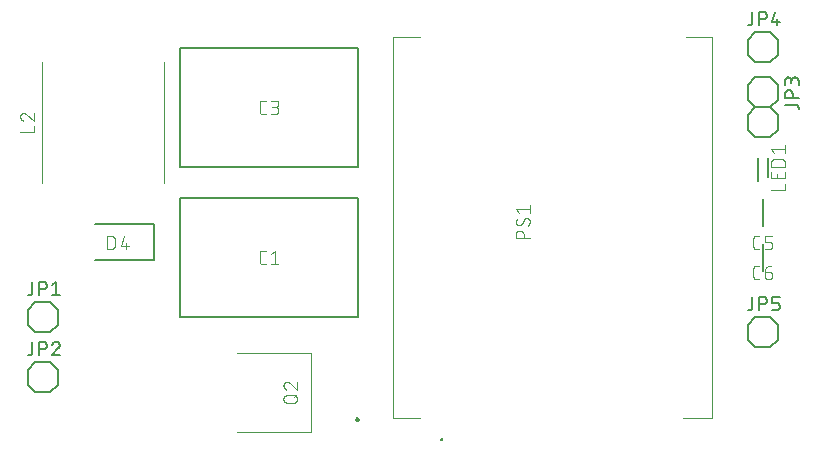
<source format=gbr>
G04 EAGLE Gerber RS-274X export*
G75*
%MOMM*%
%FSLAX34Y34*%
%LPD*%
%INSilkscreen Top*%
%IPPOS*%
%AMOC8*
5,1,8,0,0,1.08239X$1,22.5*%
G01*
%ADD10C,0.152400*%
%ADD11C,0.127000*%
%ADD12C,0.200000*%
%ADD13C,0.101600*%
%ADD14C,0.100000*%
%ADD15C,0.100000*%
%ADD16C,0.200000*%
%ADD17C,0.120000*%


D10*
X44450Y127000D02*
X57150Y127000D01*
X63500Y120650D01*
X63500Y107950D01*
X57150Y101600D01*
X38100Y107950D02*
X38100Y120650D01*
X44450Y127000D01*
X38100Y107950D02*
X44450Y101600D01*
X57150Y101600D01*
D11*
X41783Y135763D02*
X41783Y144653D01*
X41783Y135763D02*
X41781Y135663D01*
X41775Y135564D01*
X41765Y135464D01*
X41752Y135366D01*
X41734Y135267D01*
X41713Y135170D01*
X41688Y135074D01*
X41659Y134978D01*
X41626Y134884D01*
X41590Y134791D01*
X41550Y134700D01*
X41506Y134610D01*
X41459Y134522D01*
X41409Y134436D01*
X41355Y134352D01*
X41298Y134270D01*
X41238Y134191D01*
X41174Y134113D01*
X41108Y134039D01*
X41039Y133967D01*
X40967Y133898D01*
X40893Y133832D01*
X40815Y133768D01*
X40736Y133708D01*
X40654Y133651D01*
X40570Y133597D01*
X40484Y133547D01*
X40396Y133500D01*
X40306Y133456D01*
X40215Y133416D01*
X40122Y133380D01*
X40028Y133347D01*
X39932Y133318D01*
X39836Y133293D01*
X39739Y133272D01*
X39640Y133254D01*
X39542Y133241D01*
X39442Y133231D01*
X39343Y133225D01*
X39243Y133223D01*
X37973Y133223D01*
X47763Y133223D02*
X47763Y144653D01*
X50938Y144653D01*
X51049Y144651D01*
X51159Y144645D01*
X51270Y144636D01*
X51380Y144622D01*
X51489Y144605D01*
X51598Y144584D01*
X51706Y144559D01*
X51813Y144530D01*
X51919Y144498D01*
X52024Y144462D01*
X52127Y144422D01*
X52229Y144379D01*
X52330Y144332D01*
X52429Y144281D01*
X52526Y144228D01*
X52620Y144171D01*
X52713Y144110D01*
X52804Y144047D01*
X52893Y143980D01*
X52979Y143910D01*
X53062Y143837D01*
X53144Y143762D01*
X53222Y143684D01*
X53297Y143602D01*
X53370Y143519D01*
X53440Y143433D01*
X53507Y143344D01*
X53570Y143253D01*
X53631Y143160D01*
X53688Y143065D01*
X53741Y142969D01*
X53792Y142870D01*
X53839Y142769D01*
X53882Y142667D01*
X53922Y142564D01*
X53958Y142459D01*
X53990Y142353D01*
X54019Y142246D01*
X54044Y142138D01*
X54065Y142029D01*
X54082Y141920D01*
X54096Y141810D01*
X54105Y141699D01*
X54111Y141589D01*
X54113Y141478D01*
X54111Y141367D01*
X54105Y141257D01*
X54096Y141146D01*
X54082Y141036D01*
X54065Y140927D01*
X54044Y140818D01*
X54019Y140710D01*
X53990Y140603D01*
X53958Y140497D01*
X53922Y140392D01*
X53882Y140289D01*
X53839Y140187D01*
X53792Y140086D01*
X53741Y139987D01*
X53688Y139890D01*
X53631Y139796D01*
X53570Y139703D01*
X53507Y139612D01*
X53440Y139523D01*
X53370Y139437D01*
X53297Y139354D01*
X53222Y139272D01*
X53144Y139194D01*
X53062Y139119D01*
X52979Y139046D01*
X52893Y138976D01*
X52804Y138909D01*
X52713Y138846D01*
X52620Y138785D01*
X52525Y138728D01*
X52429Y138675D01*
X52330Y138624D01*
X52229Y138577D01*
X52127Y138534D01*
X52024Y138494D01*
X51919Y138458D01*
X51813Y138426D01*
X51706Y138397D01*
X51598Y138372D01*
X51489Y138351D01*
X51380Y138334D01*
X51270Y138320D01*
X51159Y138311D01*
X51049Y138305D01*
X50938Y138303D01*
X47763Y138303D01*
X58622Y142113D02*
X61797Y144653D01*
X61797Y133223D01*
X58622Y133223D02*
X64972Y133223D01*
D10*
X57150Y76200D02*
X44450Y76200D01*
X57150Y76200D02*
X63500Y69850D01*
X63500Y57150D01*
X57150Y50800D01*
X38100Y57150D02*
X38100Y69850D01*
X44450Y76200D01*
X38100Y57150D02*
X44450Y50800D01*
X57150Y50800D01*
D11*
X41783Y84963D02*
X41783Y93853D01*
X41783Y84963D02*
X41781Y84863D01*
X41775Y84764D01*
X41765Y84664D01*
X41752Y84566D01*
X41734Y84467D01*
X41713Y84370D01*
X41688Y84274D01*
X41659Y84178D01*
X41626Y84084D01*
X41590Y83991D01*
X41550Y83900D01*
X41506Y83810D01*
X41459Y83722D01*
X41409Y83636D01*
X41355Y83552D01*
X41298Y83470D01*
X41238Y83391D01*
X41174Y83313D01*
X41108Y83239D01*
X41039Y83167D01*
X40967Y83098D01*
X40893Y83032D01*
X40815Y82968D01*
X40736Y82908D01*
X40654Y82851D01*
X40570Y82797D01*
X40484Y82747D01*
X40396Y82700D01*
X40306Y82656D01*
X40215Y82616D01*
X40122Y82580D01*
X40028Y82547D01*
X39932Y82518D01*
X39836Y82493D01*
X39739Y82472D01*
X39640Y82454D01*
X39542Y82441D01*
X39442Y82431D01*
X39343Y82425D01*
X39243Y82423D01*
X37973Y82423D01*
X47763Y82423D02*
X47763Y93853D01*
X50938Y93853D01*
X51049Y93851D01*
X51159Y93845D01*
X51270Y93836D01*
X51380Y93822D01*
X51489Y93805D01*
X51598Y93784D01*
X51706Y93759D01*
X51813Y93730D01*
X51919Y93698D01*
X52024Y93662D01*
X52127Y93622D01*
X52229Y93579D01*
X52330Y93532D01*
X52429Y93481D01*
X52526Y93428D01*
X52620Y93371D01*
X52713Y93310D01*
X52804Y93247D01*
X52893Y93180D01*
X52979Y93110D01*
X53062Y93037D01*
X53144Y92962D01*
X53222Y92884D01*
X53297Y92802D01*
X53370Y92719D01*
X53440Y92633D01*
X53507Y92544D01*
X53570Y92453D01*
X53631Y92360D01*
X53688Y92265D01*
X53741Y92169D01*
X53792Y92070D01*
X53839Y91969D01*
X53882Y91867D01*
X53922Y91764D01*
X53958Y91659D01*
X53990Y91553D01*
X54019Y91446D01*
X54044Y91338D01*
X54065Y91229D01*
X54082Y91120D01*
X54096Y91010D01*
X54105Y90899D01*
X54111Y90789D01*
X54113Y90678D01*
X54111Y90567D01*
X54105Y90457D01*
X54096Y90346D01*
X54082Y90236D01*
X54065Y90127D01*
X54044Y90018D01*
X54019Y89910D01*
X53990Y89803D01*
X53958Y89697D01*
X53922Y89592D01*
X53882Y89489D01*
X53839Y89387D01*
X53792Y89286D01*
X53741Y89187D01*
X53688Y89090D01*
X53631Y88996D01*
X53570Y88903D01*
X53507Y88812D01*
X53440Y88723D01*
X53370Y88637D01*
X53297Y88554D01*
X53222Y88472D01*
X53144Y88394D01*
X53062Y88319D01*
X52979Y88246D01*
X52893Y88176D01*
X52804Y88109D01*
X52713Y88046D01*
X52620Y87985D01*
X52525Y87928D01*
X52429Y87875D01*
X52330Y87824D01*
X52229Y87777D01*
X52127Y87734D01*
X52024Y87694D01*
X51919Y87658D01*
X51813Y87626D01*
X51706Y87597D01*
X51598Y87572D01*
X51489Y87551D01*
X51380Y87534D01*
X51270Y87520D01*
X51159Y87511D01*
X51049Y87505D01*
X50938Y87503D01*
X47763Y87503D01*
X62114Y93854D02*
X62218Y93852D01*
X62323Y93846D01*
X62427Y93837D01*
X62530Y93824D01*
X62633Y93806D01*
X62735Y93786D01*
X62837Y93761D01*
X62937Y93733D01*
X63037Y93701D01*
X63135Y93665D01*
X63232Y93626D01*
X63327Y93584D01*
X63421Y93538D01*
X63513Y93488D01*
X63603Y93436D01*
X63691Y93380D01*
X63777Y93320D01*
X63861Y93258D01*
X63942Y93193D01*
X64021Y93125D01*
X64098Y93053D01*
X64171Y92980D01*
X64243Y92903D01*
X64311Y92824D01*
X64376Y92743D01*
X64438Y92659D01*
X64498Y92573D01*
X64554Y92485D01*
X64606Y92395D01*
X64656Y92303D01*
X64702Y92209D01*
X64744Y92114D01*
X64783Y92017D01*
X64819Y91919D01*
X64851Y91819D01*
X64879Y91719D01*
X64904Y91617D01*
X64924Y91515D01*
X64942Y91412D01*
X64955Y91309D01*
X64964Y91205D01*
X64970Y91100D01*
X64972Y90996D01*
X62114Y93853D02*
X61996Y93851D01*
X61877Y93845D01*
X61759Y93836D01*
X61642Y93823D01*
X61525Y93805D01*
X61408Y93785D01*
X61292Y93760D01*
X61177Y93732D01*
X61064Y93699D01*
X60951Y93664D01*
X60839Y93624D01*
X60729Y93582D01*
X60620Y93535D01*
X60512Y93485D01*
X60407Y93432D01*
X60303Y93375D01*
X60201Y93315D01*
X60101Y93252D01*
X60003Y93185D01*
X59907Y93116D01*
X59814Y93043D01*
X59723Y92967D01*
X59634Y92889D01*
X59548Y92807D01*
X59465Y92723D01*
X59384Y92637D01*
X59307Y92547D01*
X59232Y92456D01*
X59160Y92362D01*
X59091Y92265D01*
X59026Y92167D01*
X58963Y92066D01*
X58904Y91963D01*
X58848Y91859D01*
X58796Y91753D01*
X58747Y91645D01*
X58702Y91536D01*
X58660Y91425D01*
X58622Y91313D01*
X64020Y88774D02*
X64096Y88849D01*
X64171Y88928D01*
X64242Y89009D01*
X64311Y89093D01*
X64376Y89179D01*
X64438Y89267D01*
X64498Y89357D01*
X64554Y89449D01*
X64607Y89544D01*
X64656Y89640D01*
X64702Y89738D01*
X64745Y89837D01*
X64784Y89938D01*
X64819Y90040D01*
X64851Y90143D01*
X64879Y90247D01*
X64904Y90352D01*
X64925Y90459D01*
X64942Y90565D01*
X64955Y90672D01*
X64964Y90780D01*
X64970Y90888D01*
X64972Y90996D01*
X64019Y88773D02*
X58622Y82423D01*
X64972Y82423D01*
D10*
X673100Y298450D02*
X673100Y311150D01*
X673100Y298450D02*
X666750Y292100D01*
X654050Y292100D01*
X647700Y298450D01*
X654050Y317500D02*
X666750Y317500D01*
X673100Y311150D01*
X654050Y317500D02*
X647700Y311150D01*
X647700Y298450D01*
X666750Y292100D02*
X673100Y285750D01*
X673100Y273050D01*
X666750Y266700D01*
X654050Y266700D01*
X647700Y273050D01*
X647700Y285750D01*
X654050Y292100D01*
D11*
X679323Y294438D02*
X688213Y294438D01*
X688313Y294436D01*
X688412Y294430D01*
X688512Y294420D01*
X688610Y294407D01*
X688709Y294389D01*
X688806Y294368D01*
X688902Y294343D01*
X688998Y294314D01*
X689092Y294281D01*
X689185Y294245D01*
X689276Y294205D01*
X689366Y294161D01*
X689454Y294114D01*
X689540Y294064D01*
X689624Y294010D01*
X689706Y293953D01*
X689785Y293893D01*
X689863Y293829D01*
X689937Y293763D01*
X690009Y293694D01*
X690078Y293622D01*
X690144Y293548D01*
X690208Y293470D01*
X690268Y293391D01*
X690325Y293309D01*
X690379Y293225D01*
X690429Y293139D01*
X690476Y293051D01*
X690520Y292961D01*
X690560Y292870D01*
X690596Y292777D01*
X690629Y292683D01*
X690658Y292587D01*
X690683Y292491D01*
X690704Y292394D01*
X690722Y292295D01*
X690735Y292197D01*
X690745Y292097D01*
X690751Y291998D01*
X690753Y291898D01*
X690753Y290628D01*
X690753Y300419D02*
X679323Y300419D01*
X679323Y303594D01*
X679325Y303705D01*
X679331Y303815D01*
X679340Y303926D01*
X679354Y304036D01*
X679371Y304145D01*
X679392Y304254D01*
X679417Y304362D01*
X679446Y304469D01*
X679478Y304575D01*
X679514Y304680D01*
X679554Y304783D01*
X679597Y304885D01*
X679644Y304986D01*
X679695Y305085D01*
X679748Y305182D01*
X679805Y305276D01*
X679866Y305369D01*
X679929Y305460D01*
X679996Y305549D01*
X680066Y305635D01*
X680139Y305718D01*
X680214Y305800D01*
X680292Y305878D01*
X680374Y305953D01*
X680457Y306026D01*
X680543Y306096D01*
X680632Y306163D01*
X680723Y306226D01*
X680816Y306287D01*
X680911Y306344D01*
X681007Y306397D01*
X681106Y306448D01*
X681207Y306495D01*
X681309Y306538D01*
X681412Y306578D01*
X681517Y306614D01*
X681623Y306646D01*
X681730Y306675D01*
X681838Y306700D01*
X681947Y306721D01*
X682056Y306738D01*
X682166Y306752D01*
X682277Y306761D01*
X682387Y306767D01*
X682498Y306769D01*
X682609Y306767D01*
X682719Y306761D01*
X682830Y306752D01*
X682940Y306738D01*
X683049Y306721D01*
X683158Y306700D01*
X683266Y306675D01*
X683373Y306646D01*
X683479Y306614D01*
X683584Y306578D01*
X683687Y306538D01*
X683789Y306495D01*
X683890Y306448D01*
X683989Y306397D01*
X684086Y306344D01*
X684180Y306287D01*
X684273Y306226D01*
X684364Y306163D01*
X684453Y306096D01*
X684539Y306026D01*
X684622Y305953D01*
X684704Y305878D01*
X684782Y305800D01*
X684857Y305718D01*
X684930Y305635D01*
X685000Y305549D01*
X685067Y305460D01*
X685130Y305369D01*
X685191Y305276D01*
X685248Y305182D01*
X685301Y305085D01*
X685352Y304986D01*
X685399Y304885D01*
X685442Y304783D01*
X685482Y304680D01*
X685518Y304575D01*
X685550Y304469D01*
X685579Y304362D01*
X685604Y304254D01*
X685625Y304145D01*
X685642Y304036D01*
X685656Y303926D01*
X685665Y303815D01*
X685671Y303705D01*
X685673Y303594D01*
X685673Y300419D01*
X690753Y311277D02*
X690753Y314452D01*
X690751Y314563D01*
X690745Y314673D01*
X690736Y314784D01*
X690722Y314894D01*
X690705Y315003D01*
X690684Y315112D01*
X690659Y315220D01*
X690630Y315327D01*
X690598Y315433D01*
X690562Y315538D01*
X690522Y315641D01*
X690479Y315743D01*
X690432Y315844D01*
X690381Y315943D01*
X690328Y316040D01*
X690271Y316134D01*
X690210Y316227D01*
X690147Y316318D01*
X690080Y316407D01*
X690010Y316493D01*
X689937Y316576D01*
X689862Y316658D01*
X689784Y316736D01*
X689702Y316811D01*
X689619Y316884D01*
X689533Y316954D01*
X689444Y317021D01*
X689353Y317084D01*
X689260Y317145D01*
X689166Y317202D01*
X689069Y317255D01*
X688970Y317306D01*
X688869Y317353D01*
X688767Y317396D01*
X688664Y317436D01*
X688559Y317472D01*
X688453Y317504D01*
X688346Y317533D01*
X688238Y317558D01*
X688129Y317579D01*
X688020Y317596D01*
X687910Y317610D01*
X687799Y317619D01*
X687689Y317625D01*
X687578Y317627D01*
X687467Y317625D01*
X687357Y317619D01*
X687246Y317610D01*
X687136Y317596D01*
X687027Y317579D01*
X686918Y317558D01*
X686810Y317533D01*
X686703Y317504D01*
X686597Y317472D01*
X686492Y317436D01*
X686389Y317396D01*
X686287Y317353D01*
X686186Y317306D01*
X686087Y317255D01*
X685991Y317202D01*
X685896Y317145D01*
X685803Y317084D01*
X685712Y317021D01*
X685623Y316954D01*
X685537Y316884D01*
X685454Y316811D01*
X685372Y316736D01*
X685294Y316658D01*
X685219Y316576D01*
X685146Y316493D01*
X685076Y316407D01*
X685009Y316318D01*
X684946Y316227D01*
X684885Y316134D01*
X684828Y316040D01*
X684775Y315943D01*
X684724Y315844D01*
X684677Y315743D01*
X684634Y315641D01*
X684594Y315538D01*
X684558Y315433D01*
X684526Y315327D01*
X684497Y315220D01*
X684472Y315112D01*
X684451Y315003D01*
X684434Y314894D01*
X684420Y314784D01*
X684411Y314673D01*
X684405Y314563D01*
X684403Y314452D01*
X679323Y315087D02*
X679323Y311277D01*
X679323Y315087D02*
X679325Y315187D01*
X679331Y315286D01*
X679341Y315386D01*
X679354Y315484D01*
X679372Y315583D01*
X679393Y315680D01*
X679418Y315776D01*
X679447Y315872D01*
X679480Y315966D01*
X679516Y316059D01*
X679556Y316150D01*
X679600Y316240D01*
X679647Y316328D01*
X679697Y316414D01*
X679751Y316498D01*
X679808Y316580D01*
X679868Y316659D01*
X679932Y316737D01*
X679998Y316811D01*
X680067Y316883D01*
X680139Y316952D01*
X680213Y317018D01*
X680291Y317082D01*
X680370Y317142D01*
X680452Y317199D01*
X680536Y317253D01*
X680622Y317303D01*
X680710Y317350D01*
X680800Y317394D01*
X680891Y317434D01*
X680984Y317470D01*
X681078Y317503D01*
X681174Y317532D01*
X681270Y317557D01*
X681367Y317578D01*
X681466Y317596D01*
X681564Y317609D01*
X681664Y317619D01*
X681763Y317625D01*
X681863Y317627D01*
X681963Y317625D01*
X682062Y317619D01*
X682162Y317609D01*
X682260Y317596D01*
X682359Y317578D01*
X682456Y317557D01*
X682552Y317532D01*
X682648Y317503D01*
X682742Y317470D01*
X682835Y317434D01*
X682926Y317394D01*
X683016Y317350D01*
X683104Y317303D01*
X683190Y317253D01*
X683274Y317199D01*
X683356Y317142D01*
X683435Y317082D01*
X683513Y317018D01*
X683587Y316952D01*
X683659Y316883D01*
X683728Y316811D01*
X683794Y316737D01*
X683858Y316659D01*
X683918Y316580D01*
X683975Y316498D01*
X684029Y316414D01*
X684079Y316328D01*
X684126Y316240D01*
X684170Y316150D01*
X684210Y316059D01*
X684246Y315966D01*
X684279Y315872D01*
X684308Y315776D01*
X684333Y315680D01*
X684354Y315583D01*
X684372Y315484D01*
X684385Y315386D01*
X684395Y315286D01*
X684401Y315187D01*
X684403Y315087D01*
X684403Y312547D01*
D12*
X656400Y249300D02*
X656400Y229550D01*
X664400Y233300D02*
X664400Y249300D01*
D13*
X667258Y222254D02*
X678942Y222254D01*
X678942Y227447D01*
X678942Y232160D02*
X678942Y237353D01*
X678942Y232160D02*
X667258Y232160D01*
X667258Y237353D01*
X672451Y236055D02*
X672451Y232160D01*
X667258Y242044D02*
X678942Y242044D01*
X667258Y242044D02*
X667258Y245289D01*
X667260Y245402D01*
X667266Y245515D01*
X667276Y245628D01*
X667290Y245741D01*
X667307Y245853D01*
X667329Y245964D01*
X667354Y246074D01*
X667384Y246184D01*
X667417Y246292D01*
X667454Y246399D01*
X667494Y246505D01*
X667539Y246609D01*
X667587Y246712D01*
X667638Y246813D01*
X667693Y246912D01*
X667751Y247009D01*
X667813Y247104D01*
X667878Y247197D01*
X667946Y247287D01*
X668017Y247375D01*
X668092Y247461D01*
X668169Y247544D01*
X668249Y247624D01*
X668332Y247701D01*
X668418Y247776D01*
X668506Y247847D01*
X668596Y247915D01*
X668689Y247980D01*
X668784Y248042D01*
X668881Y248100D01*
X668980Y248155D01*
X669081Y248206D01*
X669184Y248254D01*
X669288Y248299D01*
X669394Y248339D01*
X669501Y248376D01*
X669609Y248409D01*
X669719Y248439D01*
X669829Y248464D01*
X669940Y248486D01*
X670052Y248503D01*
X670165Y248517D01*
X670278Y248527D01*
X670391Y248533D01*
X670504Y248535D01*
X675696Y248535D01*
X675809Y248533D01*
X675922Y248527D01*
X676035Y248517D01*
X676148Y248503D01*
X676260Y248486D01*
X676371Y248464D01*
X676481Y248439D01*
X676591Y248409D01*
X676699Y248376D01*
X676806Y248339D01*
X676912Y248299D01*
X677016Y248254D01*
X677119Y248206D01*
X677220Y248155D01*
X677319Y248100D01*
X677416Y248042D01*
X677511Y247980D01*
X677604Y247915D01*
X677694Y247847D01*
X677782Y247776D01*
X677868Y247701D01*
X677951Y247624D01*
X678031Y247544D01*
X678108Y247461D01*
X678183Y247375D01*
X678254Y247287D01*
X678322Y247197D01*
X678387Y247104D01*
X678449Y247009D01*
X678507Y246912D01*
X678562Y246813D01*
X678613Y246712D01*
X678661Y246609D01*
X678706Y246505D01*
X678746Y246399D01*
X678783Y246292D01*
X678816Y246184D01*
X678846Y246074D01*
X678871Y245964D01*
X678893Y245853D01*
X678910Y245741D01*
X678924Y245628D01*
X678934Y245515D01*
X678940Y245402D01*
X678942Y245289D01*
X678942Y242044D01*
X669854Y253855D02*
X667258Y257100D01*
X678942Y257100D01*
X678942Y253855D02*
X678942Y260346D01*
D14*
X347450Y352050D02*
X347450Y28950D01*
D15*
X347450Y352050D03*
D14*
X347450Y28950D01*
D15*
X347450Y28950D03*
X347450Y352050D03*
D14*
X370100Y352050D01*
D15*
X370100Y352050D03*
D14*
X347450Y352050D01*
D15*
X595100Y352050D03*
D14*
X617750Y352050D01*
D15*
X617750Y352050D03*
D14*
X595100Y352050D01*
X617600Y352050D02*
X617600Y28950D01*
X617750Y28950D01*
X617750Y352050D01*
X617600Y352050D01*
D15*
X592600Y28950D03*
D14*
X617600Y28950D01*
D15*
X617600Y28950D03*
D14*
X592600Y28950D01*
D15*
X347600Y28950D03*
D14*
X370100Y28950D01*
D15*
X370100Y28950D03*
D14*
X347600Y28950D01*
D16*
X388600Y10500D03*
D12*
X388644Y10502D01*
X388687Y10508D01*
X388729Y10517D01*
X388771Y10530D01*
X388811Y10547D01*
X388850Y10567D01*
X388887Y10590D01*
X388921Y10617D01*
X388954Y10646D01*
X388983Y10679D01*
X389010Y10713D01*
X389033Y10750D01*
X389053Y10789D01*
X389070Y10829D01*
X389083Y10871D01*
X389092Y10913D01*
X389098Y10956D01*
X389100Y11000D01*
X389098Y11044D01*
X389092Y11087D01*
X389083Y11129D01*
X389070Y11171D01*
X389053Y11211D01*
X389033Y11250D01*
X389010Y11287D01*
X388983Y11321D01*
X388954Y11354D01*
X388921Y11383D01*
X388887Y11410D01*
X388850Y11433D01*
X388811Y11453D01*
X388771Y11470D01*
X388729Y11483D01*
X388687Y11492D01*
X388644Y11498D01*
X388600Y11500D01*
D16*
X388600Y11500D03*
D12*
X388556Y11498D01*
X388513Y11492D01*
X388471Y11483D01*
X388429Y11470D01*
X388389Y11453D01*
X388350Y11433D01*
X388313Y11410D01*
X388279Y11383D01*
X388246Y11354D01*
X388217Y11321D01*
X388190Y11287D01*
X388167Y11250D01*
X388147Y11211D01*
X388130Y11171D01*
X388117Y11129D01*
X388108Y11087D01*
X388102Y11044D01*
X388100Y11000D01*
X388102Y10956D01*
X388108Y10913D01*
X388117Y10871D01*
X388130Y10829D01*
X388147Y10789D01*
X388167Y10750D01*
X388190Y10713D01*
X388217Y10679D01*
X388246Y10646D01*
X388279Y10617D01*
X388313Y10590D01*
X388350Y10567D01*
X388389Y10547D01*
X388429Y10530D01*
X388471Y10517D01*
X388513Y10508D01*
X388556Y10502D01*
X388600Y10500D01*
D16*
X388600Y10500D03*
D12*
X388644Y10502D01*
X388687Y10508D01*
X388729Y10517D01*
X388771Y10530D01*
X388811Y10547D01*
X388850Y10567D01*
X388887Y10590D01*
X388921Y10617D01*
X388954Y10646D01*
X388983Y10679D01*
X389010Y10713D01*
X389033Y10750D01*
X389053Y10789D01*
X389070Y10829D01*
X389083Y10871D01*
X389092Y10913D01*
X389098Y10956D01*
X389100Y11000D01*
X389098Y11044D01*
X389092Y11087D01*
X389083Y11129D01*
X389070Y11171D01*
X389053Y11211D01*
X389033Y11250D01*
X389010Y11287D01*
X388983Y11321D01*
X388954Y11354D01*
X388921Y11383D01*
X388887Y11410D01*
X388850Y11433D01*
X388811Y11453D01*
X388771Y11470D01*
X388729Y11483D01*
X388687Y11492D01*
X388644Y11498D01*
X388600Y11500D01*
D13*
X451358Y181381D02*
X463042Y181381D01*
X451358Y181381D02*
X451358Y184626D01*
X451360Y184739D01*
X451366Y184852D01*
X451376Y184965D01*
X451390Y185078D01*
X451407Y185190D01*
X451429Y185301D01*
X451454Y185411D01*
X451484Y185521D01*
X451517Y185629D01*
X451554Y185736D01*
X451594Y185842D01*
X451639Y185946D01*
X451687Y186049D01*
X451738Y186150D01*
X451793Y186249D01*
X451851Y186346D01*
X451913Y186441D01*
X451978Y186534D01*
X452046Y186624D01*
X452117Y186712D01*
X452192Y186798D01*
X452269Y186881D01*
X452349Y186961D01*
X452432Y187038D01*
X452518Y187113D01*
X452606Y187184D01*
X452696Y187252D01*
X452789Y187317D01*
X452884Y187379D01*
X452981Y187437D01*
X453080Y187492D01*
X453181Y187543D01*
X453284Y187591D01*
X453388Y187636D01*
X453494Y187676D01*
X453601Y187713D01*
X453709Y187746D01*
X453819Y187776D01*
X453929Y187801D01*
X454040Y187823D01*
X454152Y187840D01*
X454265Y187854D01*
X454378Y187864D01*
X454491Y187870D01*
X454604Y187872D01*
X454717Y187870D01*
X454830Y187864D01*
X454943Y187854D01*
X455056Y187840D01*
X455168Y187823D01*
X455279Y187801D01*
X455389Y187776D01*
X455499Y187746D01*
X455607Y187713D01*
X455714Y187676D01*
X455820Y187636D01*
X455924Y187591D01*
X456027Y187543D01*
X456128Y187492D01*
X456227Y187437D01*
X456324Y187379D01*
X456419Y187317D01*
X456512Y187252D01*
X456602Y187184D01*
X456690Y187113D01*
X456776Y187038D01*
X456859Y186961D01*
X456939Y186881D01*
X457016Y186798D01*
X457091Y186712D01*
X457162Y186624D01*
X457230Y186534D01*
X457295Y186441D01*
X457357Y186346D01*
X457415Y186249D01*
X457470Y186150D01*
X457521Y186049D01*
X457569Y185946D01*
X457614Y185842D01*
X457654Y185736D01*
X457691Y185629D01*
X457724Y185521D01*
X457754Y185411D01*
X457779Y185301D01*
X457801Y185190D01*
X457818Y185078D01*
X457832Y184965D01*
X457842Y184852D01*
X457848Y184739D01*
X457850Y184626D01*
X457849Y184626D02*
X457849Y181381D01*
X463042Y195774D02*
X463040Y195873D01*
X463034Y195973D01*
X463025Y196072D01*
X463012Y196170D01*
X462995Y196268D01*
X462974Y196366D01*
X462949Y196462D01*
X462921Y196557D01*
X462889Y196651D01*
X462854Y196744D01*
X462815Y196836D01*
X462772Y196926D01*
X462727Y197014D01*
X462677Y197101D01*
X462625Y197185D01*
X462569Y197268D01*
X462511Y197348D01*
X462449Y197426D01*
X462384Y197501D01*
X462316Y197574D01*
X462246Y197644D01*
X462173Y197712D01*
X462098Y197777D01*
X462020Y197839D01*
X461940Y197897D01*
X461857Y197953D01*
X461773Y198005D01*
X461686Y198055D01*
X461598Y198100D01*
X461508Y198143D01*
X461416Y198182D01*
X461323Y198217D01*
X461229Y198249D01*
X461134Y198277D01*
X461038Y198302D01*
X460940Y198323D01*
X460842Y198340D01*
X460744Y198353D01*
X460645Y198362D01*
X460545Y198368D01*
X460446Y198370D01*
X463042Y195774D02*
X463040Y195630D01*
X463034Y195485D01*
X463025Y195341D01*
X463012Y195198D01*
X462995Y195054D01*
X462974Y194911D01*
X462949Y194769D01*
X462921Y194628D01*
X462889Y194487D01*
X462853Y194347D01*
X462814Y194208D01*
X462771Y194070D01*
X462724Y193934D01*
X462674Y193798D01*
X462620Y193664D01*
X462563Y193532D01*
X462502Y193401D01*
X462438Y193272D01*
X462370Y193144D01*
X462300Y193018D01*
X462225Y192894D01*
X462148Y192773D01*
X462067Y192653D01*
X461984Y192535D01*
X461897Y192420D01*
X461807Y192307D01*
X461714Y192196D01*
X461619Y192088D01*
X461520Y191982D01*
X461419Y191879D01*
X453954Y192204D02*
X453855Y192206D01*
X453755Y192212D01*
X453656Y192221D01*
X453558Y192234D01*
X453460Y192251D01*
X453362Y192272D01*
X453266Y192297D01*
X453171Y192325D01*
X453077Y192357D01*
X452984Y192392D01*
X452892Y192431D01*
X452802Y192474D01*
X452714Y192519D01*
X452627Y192569D01*
X452543Y192621D01*
X452460Y192677D01*
X452380Y192735D01*
X452302Y192797D01*
X452227Y192862D01*
X452154Y192930D01*
X452084Y193000D01*
X452016Y193073D01*
X451951Y193148D01*
X451889Y193226D01*
X451831Y193306D01*
X451775Y193389D01*
X451723Y193473D01*
X451673Y193560D01*
X451628Y193648D01*
X451585Y193738D01*
X451546Y193830D01*
X451511Y193923D01*
X451479Y194017D01*
X451451Y194112D01*
X451426Y194208D01*
X451405Y194306D01*
X451388Y194404D01*
X451375Y194502D01*
X451366Y194601D01*
X451360Y194701D01*
X451358Y194800D01*
X451360Y194936D01*
X451366Y195072D01*
X451375Y195208D01*
X451388Y195344D01*
X451406Y195479D01*
X451426Y195613D01*
X451451Y195747D01*
X451479Y195881D01*
X451512Y196013D01*
X451547Y196144D01*
X451587Y196275D01*
X451630Y196404D01*
X451676Y196532D01*
X451727Y196658D01*
X451780Y196784D01*
X451838Y196907D01*
X451898Y197029D01*
X451962Y197149D01*
X452030Y197268D01*
X452100Y197384D01*
X452174Y197498D01*
X452251Y197611D01*
X452332Y197721D01*
X456226Y193502D02*
X456173Y193416D01*
X456116Y193332D01*
X456057Y193250D01*
X455994Y193170D01*
X455928Y193093D01*
X455860Y193018D01*
X455788Y192946D01*
X455714Y192877D01*
X455637Y192811D01*
X455558Y192748D01*
X455476Y192688D01*
X455392Y192631D01*
X455306Y192577D01*
X455218Y192527D01*
X455128Y192480D01*
X455037Y192436D01*
X454943Y192397D01*
X454849Y192360D01*
X454753Y192328D01*
X454655Y192299D01*
X454557Y192274D01*
X454458Y192253D01*
X454358Y192235D01*
X454258Y192222D01*
X454157Y192212D01*
X454055Y192206D01*
X453954Y192204D01*
X458174Y197072D02*
X458227Y197158D01*
X458284Y197242D01*
X458343Y197324D01*
X458406Y197404D01*
X458472Y197481D01*
X458540Y197556D01*
X458612Y197628D01*
X458686Y197697D01*
X458763Y197763D01*
X458842Y197826D01*
X458924Y197886D01*
X459008Y197943D01*
X459094Y197997D01*
X459182Y198047D01*
X459272Y198094D01*
X459363Y198138D01*
X459457Y198177D01*
X459551Y198214D01*
X459647Y198246D01*
X459745Y198275D01*
X459843Y198300D01*
X459942Y198321D01*
X460042Y198339D01*
X460142Y198352D01*
X460243Y198362D01*
X460345Y198368D01*
X460446Y198370D01*
X458174Y197072D02*
X456226Y193502D01*
X453954Y202928D02*
X451358Y206174D01*
X463042Y206174D01*
X463042Y209419D02*
X463042Y202928D01*
D14*
X277500Y17150D02*
X215300Y17150D01*
X277500Y17150D02*
X277500Y84450D01*
X215300Y84450D01*
D16*
X317100Y26800D03*
D12*
X317162Y26802D01*
X317223Y26808D01*
X317284Y26817D01*
X317344Y26830D01*
X317403Y26847D01*
X317461Y26868D01*
X317518Y26892D01*
X317573Y26919D01*
X317626Y26950D01*
X317678Y26984D01*
X317727Y27021D01*
X317774Y27061D01*
X317818Y27104D01*
X317859Y27149D01*
X317898Y27197D01*
X317934Y27248D01*
X317966Y27300D01*
X317995Y27354D01*
X318021Y27410D01*
X318043Y27468D01*
X318062Y27526D01*
X318077Y27586D01*
X318088Y27647D01*
X318096Y27708D01*
X318100Y27769D01*
X318100Y27831D01*
X318096Y27892D01*
X318088Y27953D01*
X318077Y28014D01*
X318062Y28074D01*
X318043Y28132D01*
X318021Y28190D01*
X317995Y28246D01*
X317966Y28300D01*
X317934Y28352D01*
X317898Y28403D01*
X317859Y28451D01*
X317818Y28496D01*
X317774Y28539D01*
X317727Y28579D01*
X317678Y28616D01*
X317626Y28650D01*
X317573Y28681D01*
X317518Y28708D01*
X317461Y28732D01*
X317403Y28753D01*
X317344Y28770D01*
X317284Y28783D01*
X317223Y28792D01*
X317162Y28798D01*
X317100Y28800D01*
D16*
X317100Y28800D03*
D12*
X317038Y28798D01*
X316977Y28792D01*
X316916Y28783D01*
X316856Y28770D01*
X316797Y28753D01*
X316739Y28732D01*
X316682Y28708D01*
X316627Y28681D01*
X316574Y28650D01*
X316522Y28616D01*
X316473Y28579D01*
X316426Y28539D01*
X316382Y28496D01*
X316341Y28451D01*
X316302Y28403D01*
X316266Y28352D01*
X316234Y28300D01*
X316205Y28246D01*
X316179Y28190D01*
X316157Y28132D01*
X316138Y28074D01*
X316123Y28014D01*
X316112Y27953D01*
X316104Y27892D01*
X316100Y27831D01*
X316100Y27769D01*
X316104Y27708D01*
X316112Y27647D01*
X316123Y27586D01*
X316138Y27526D01*
X316157Y27468D01*
X316179Y27410D01*
X316205Y27354D01*
X316234Y27300D01*
X316266Y27248D01*
X316302Y27197D01*
X316341Y27149D01*
X316382Y27104D01*
X316426Y27061D01*
X316473Y27021D01*
X316522Y26984D01*
X316574Y26950D01*
X316627Y26919D01*
X316682Y26892D01*
X316739Y26868D01*
X316797Y26847D01*
X316856Y26830D01*
X316916Y26817D01*
X316977Y26808D01*
X317038Y26802D01*
X317100Y26800D01*
D13*
X262946Y41983D02*
X257754Y41983D01*
X257754Y41982D02*
X257641Y41984D01*
X257528Y41990D01*
X257415Y42000D01*
X257302Y42014D01*
X257190Y42031D01*
X257079Y42053D01*
X256969Y42078D01*
X256859Y42108D01*
X256751Y42141D01*
X256644Y42178D01*
X256538Y42218D01*
X256434Y42263D01*
X256331Y42311D01*
X256230Y42362D01*
X256131Y42417D01*
X256034Y42475D01*
X255939Y42537D01*
X255846Y42602D01*
X255756Y42670D01*
X255668Y42741D01*
X255582Y42816D01*
X255499Y42893D01*
X255419Y42973D01*
X255342Y43056D01*
X255267Y43142D01*
X255196Y43230D01*
X255128Y43320D01*
X255063Y43413D01*
X255001Y43508D01*
X254943Y43605D01*
X254888Y43704D01*
X254837Y43805D01*
X254789Y43908D01*
X254744Y44012D01*
X254704Y44118D01*
X254667Y44225D01*
X254634Y44333D01*
X254604Y44443D01*
X254579Y44553D01*
X254557Y44664D01*
X254540Y44776D01*
X254526Y44889D01*
X254516Y45002D01*
X254510Y45115D01*
X254508Y45228D01*
X254510Y45341D01*
X254516Y45454D01*
X254526Y45567D01*
X254540Y45680D01*
X254557Y45792D01*
X254579Y45903D01*
X254604Y46013D01*
X254634Y46123D01*
X254667Y46231D01*
X254704Y46338D01*
X254744Y46444D01*
X254789Y46548D01*
X254837Y46651D01*
X254888Y46752D01*
X254943Y46851D01*
X255001Y46948D01*
X255063Y47043D01*
X255128Y47136D01*
X255196Y47226D01*
X255267Y47314D01*
X255342Y47400D01*
X255419Y47483D01*
X255499Y47563D01*
X255582Y47640D01*
X255668Y47715D01*
X255756Y47786D01*
X255846Y47854D01*
X255939Y47919D01*
X256034Y47981D01*
X256131Y48039D01*
X256230Y48094D01*
X256331Y48145D01*
X256434Y48193D01*
X256538Y48238D01*
X256644Y48278D01*
X256751Y48315D01*
X256859Y48348D01*
X256969Y48378D01*
X257079Y48403D01*
X257190Y48425D01*
X257302Y48442D01*
X257415Y48456D01*
X257528Y48466D01*
X257641Y48472D01*
X257754Y48474D01*
X262946Y48474D01*
X263059Y48472D01*
X263172Y48466D01*
X263285Y48456D01*
X263398Y48442D01*
X263510Y48425D01*
X263621Y48403D01*
X263731Y48378D01*
X263841Y48348D01*
X263949Y48315D01*
X264056Y48278D01*
X264162Y48238D01*
X264266Y48193D01*
X264369Y48145D01*
X264470Y48094D01*
X264569Y48039D01*
X264666Y47981D01*
X264761Y47919D01*
X264854Y47854D01*
X264944Y47786D01*
X265032Y47715D01*
X265118Y47640D01*
X265201Y47563D01*
X265281Y47483D01*
X265358Y47400D01*
X265433Y47314D01*
X265504Y47226D01*
X265572Y47136D01*
X265637Y47043D01*
X265699Y46948D01*
X265757Y46851D01*
X265812Y46752D01*
X265863Y46651D01*
X265911Y46548D01*
X265956Y46444D01*
X265996Y46338D01*
X266033Y46231D01*
X266066Y46123D01*
X266096Y46013D01*
X266121Y45903D01*
X266143Y45792D01*
X266160Y45680D01*
X266174Y45567D01*
X266184Y45454D01*
X266190Y45341D01*
X266192Y45228D01*
X266190Y45115D01*
X266184Y45002D01*
X266174Y44889D01*
X266160Y44776D01*
X266143Y44664D01*
X266121Y44553D01*
X266096Y44443D01*
X266066Y44333D01*
X266033Y44225D01*
X265996Y44118D01*
X265956Y44012D01*
X265911Y43908D01*
X265863Y43805D01*
X265812Y43704D01*
X265757Y43605D01*
X265699Y43508D01*
X265637Y43413D01*
X265572Y43320D01*
X265504Y43230D01*
X265433Y43142D01*
X265358Y43056D01*
X265281Y42973D01*
X265201Y42893D01*
X265118Y42816D01*
X265032Y42741D01*
X264944Y42670D01*
X264854Y42602D01*
X264761Y42537D01*
X264666Y42475D01*
X264569Y42417D01*
X264470Y42362D01*
X264369Y42311D01*
X264266Y42263D01*
X264162Y42218D01*
X264056Y42178D01*
X263949Y42141D01*
X263841Y42108D01*
X263731Y42078D01*
X263621Y42053D01*
X263510Y42031D01*
X263398Y42014D01*
X263285Y42000D01*
X263172Y41990D01*
X263059Y41984D01*
X262946Y41982D01*
X263596Y47175D02*
X266192Y49772D01*
X257429Y59618D02*
X257322Y59616D01*
X257216Y59610D01*
X257110Y59600D01*
X257004Y59587D01*
X256898Y59569D01*
X256794Y59548D01*
X256690Y59523D01*
X256587Y59494D01*
X256486Y59462D01*
X256386Y59425D01*
X256287Y59385D01*
X256189Y59342D01*
X256093Y59295D01*
X255999Y59244D01*
X255907Y59190D01*
X255817Y59133D01*
X255729Y59073D01*
X255644Y59009D01*
X255561Y58942D01*
X255480Y58872D01*
X255402Y58800D01*
X255326Y58724D01*
X255254Y58646D01*
X255184Y58565D01*
X255117Y58482D01*
X255053Y58397D01*
X254993Y58309D01*
X254936Y58219D01*
X254882Y58127D01*
X254831Y58033D01*
X254784Y57937D01*
X254741Y57839D01*
X254701Y57740D01*
X254664Y57640D01*
X254632Y57539D01*
X254603Y57436D01*
X254578Y57332D01*
X254557Y57228D01*
X254539Y57122D01*
X254526Y57016D01*
X254516Y56910D01*
X254510Y56804D01*
X254508Y56697D01*
X254510Y56576D01*
X254516Y56455D01*
X254526Y56335D01*
X254539Y56214D01*
X254557Y56095D01*
X254578Y55975D01*
X254603Y55857D01*
X254632Y55740D01*
X254665Y55623D01*
X254701Y55508D01*
X254742Y55394D01*
X254785Y55281D01*
X254833Y55169D01*
X254884Y55060D01*
X254939Y54952D01*
X254997Y54845D01*
X255058Y54741D01*
X255123Y54639D01*
X255191Y54539D01*
X255262Y54441D01*
X255336Y54345D01*
X255413Y54252D01*
X255494Y54162D01*
X255577Y54074D01*
X255663Y53989D01*
X255752Y53906D01*
X255843Y53827D01*
X255937Y53750D01*
X256033Y53677D01*
X256131Y53607D01*
X256232Y53540D01*
X256335Y53476D01*
X256440Y53416D01*
X256547Y53358D01*
X256655Y53305D01*
X256765Y53255D01*
X256877Y53209D01*
X256990Y53166D01*
X257105Y53127D01*
X259701Y58643D02*
X259623Y58722D01*
X259543Y58798D01*
X259460Y58871D01*
X259374Y58941D01*
X259287Y59008D01*
X259196Y59072D01*
X259104Y59132D01*
X259010Y59190D01*
X258913Y59244D01*
X258815Y59294D01*
X258715Y59341D01*
X258614Y59385D01*
X258511Y59425D01*
X258406Y59461D01*
X258301Y59493D01*
X258194Y59522D01*
X258087Y59547D01*
X257978Y59569D01*
X257869Y59586D01*
X257760Y59600D01*
X257650Y59609D01*
X257539Y59615D01*
X257429Y59617D01*
X259701Y58644D02*
X266192Y53126D01*
X266192Y59618D01*
D12*
X317300Y115100D02*
X167300Y115100D01*
X167300Y215100D01*
X317300Y215100D01*
X317300Y115100D01*
D13*
X239468Y159258D02*
X236872Y159258D01*
X236773Y159260D01*
X236673Y159266D01*
X236574Y159275D01*
X236476Y159288D01*
X236378Y159305D01*
X236280Y159326D01*
X236184Y159351D01*
X236089Y159379D01*
X235995Y159411D01*
X235902Y159446D01*
X235810Y159485D01*
X235720Y159528D01*
X235632Y159573D01*
X235545Y159623D01*
X235461Y159675D01*
X235378Y159731D01*
X235298Y159789D01*
X235220Y159851D01*
X235145Y159916D01*
X235072Y159984D01*
X235002Y160054D01*
X234934Y160127D01*
X234869Y160202D01*
X234807Y160280D01*
X234749Y160360D01*
X234693Y160443D01*
X234641Y160527D01*
X234591Y160614D01*
X234546Y160702D01*
X234503Y160792D01*
X234464Y160884D01*
X234429Y160977D01*
X234397Y161071D01*
X234369Y161166D01*
X234344Y161262D01*
X234323Y161360D01*
X234306Y161458D01*
X234293Y161556D01*
X234284Y161655D01*
X234278Y161755D01*
X234276Y161854D01*
X234275Y161854D02*
X234275Y168346D01*
X234276Y168346D02*
X234278Y168445D01*
X234284Y168545D01*
X234293Y168644D01*
X234306Y168742D01*
X234323Y168840D01*
X234344Y168938D01*
X234369Y169034D01*
X234397Y169129D01*
X234429Y169223D01*
X234464Y169316D01*
X234503Y169408D01*
X234546Y169498D01*
X234591Y169586D01*
X234641Y169673D01*
X234693Y169757D01*
X234749Y169840D01*
X234807Y169920D01*
X234869Y169998D01*
X234934Y170073D01*
X235002Y170146D01*
X235072Y170216D01*
X235145Y170284D01*
X235220Y170349D01*
X235298Y170411D01*
X235378Y170469D01*
X235461Y170525D01*
X235545Y170577D01*
X235632Y170627D01*
X235720Y170672D01*
X235810Y170715D01*
X235902Y170754D01*
X235994Y170789D01*
X236089Y170821D01*
X236184Y170849D01*
X236280Y170874D01*
X236378Y170895D01*
X236476Y170912D01*
X236574Y170925D01*
X236673Y170934D01*
X236773Y170940D01*
X236872Y170942D01*
X239468Y170942D01*
X243834Y168346D02*
X247079Y170942D01*
X247079Y159258D01*
X243834Y159258D02*
X250325Y159258D01*
D12*
X660400Y191700D02*
X660400Y214700D01*
D13*
X657568Y171958D02*
X654972Y171958D01*
X654873Y171960D01*
X654773Y171966D01*
X654674Y171975D01*
X654576Y171988D01*
X654478Y172005D01*
X654380Y172026D01*
X654284Y172051D01*
X654189Y172079D01*
X654095Y172111D01*
X654002Y172146D01*
X653910Y172185D01*
X653820Y172228D01*
X653732Y172273D01*
X653645Y172323D01*
X653561Y172375D01*
X653478Y172431D01*
X653398Y172489D01*
X653320Y172551D01*
X653245Y172616D01*
X653172Y172684D01*
X653102Y172754D01*
X653034Y172827D01*
X652969Y172902D01*
X652907Y172980D01*
X652849Y173060D01*
X652793Y173143D01*
X652741Y173227D01*
X652691Y173314D01*
X652646Y173402D01*
X652603Y173492D01*
X652564Y173584D01*
X652529Y173677D01*
X652497Y173771D01*
X652469Y173866D01*
X652444Y173962D01*
X652423Y174060D01*
X652406Y174158D01*
X652393Y174256D01*
X652384Y174355D01*
X652378Y174455D01*
X652376Y174554D01*
X652375Y174554D02*
X652375Y181046D01*
X652376Y181046D02*
X652378Y181145D01*
X652384Y181245D01*
X652393Y181344D01*
X652406Y181442D01*
X652423Y181540D01*
X652444Y181638D01*
X652469Y181734D01*
X652497Y181829D01*
X652529Y181923D01*
X652564Y182016D01*
X652603Y182108D01*
X652646Y182198D01*
X652691Y182286D01*
X652741Y182373D01*
X652793Y182457D01*
X652849Y182540D01*
X652907Y182620D01*
X652969Y182698D01*
X653034Y182773D01*
X653102Y182846D01*
X653172Y182916D01*
X653245Y182984D01*
X653320Y183049D01*
X653398Y183111D01*
X653478Y183169D01*
X653561Y183225D01*
X653645Y183277D01*
X653732Y183327D01*
X653820Y183372D01*
X653910Y183415D01*
X654002Y183454D01*
X654094Y183489D01*
X654189Y183521D01*
X654284Y183549D01*
X654380Y183574D01*
X654478Y183595D01*
X654576Y183612D01*
X654674Y183625D01*
X654773Y183634D01*
X654873Y183640D01*
X654972Y183642D01*
X657568Y183642D01*
X661934Y171958D02*
X665828Y171958D01*
X665927Y171960D01*
X666027Y171966D01*
X666126Y171975D01*
X666224Y171988D01*
X666322Y172005D01*
X666420Y172026D01*
X666516Y172051D01*
X666611Y172079D01*
X666705Y172111D01*
X666798Y172146D01*
X666890Y172185D01*
X666980Y172228D01*
X667068Y172273D01*
X667155Y172323D01*
X667239Y172375D01*
X667322Y172431D01*
X667402Y172489D01*
X667480Y172551D01*
X667555Y172616D01*
X667628Y172684D01*
X667698Y172754D01*
X667766Y172827D01*
X667831Y172902D01*
X667893Y172980D01*
X667951Y173060D01*
X668007Y173143D01*
X668059Y173227D01*
X668109Y173314D01*
X668154Y173402D01*
X668197Y173492D01*
X668236Y173584D01*
X668271Y173677D01*
X668303Y173771D01*
X668331Y173866D01*
X668356Y173962D01*
X668377Y174060D01*
X668394Y174158D01*
X668407Y174256D01*
X668416Y174355D01*
X668422Y174455D01*
X668424Y174554D01*
X668425Y174554D02*
X668425Y175853D01*
X668424Y175853D02*
X668422Y175952D01*
X668416Y176052D01*
X668407Y176151D01*
X668394Y176249D01*
X668377Y176347D01*
X668356Y176445D01*
X668331Y176541D01*
X668303Y176636D01*
X668271Y176730D01*
X668236Y176823D01*
X668197Y176915D01*
X668154Y177005D01*
X668109Y177093D01*
X668059Y177180D01*
X668007Y177264D01*
X667951Y177347D01*
X667893Y177427D01*
X667831Y177505D01*
X667766Y177580D01*
X667698Y177653D01*
X667628Y177723D01*
X667555Y177791D01*
X667480Y177856D01*
X667402Y177918D01*
X667322Y177976D01*
X667239Y178032D01*
X667155Y178084D01*
X667068Y178134D01*
X666980Y178179D01*
X666890Y178222D01*
X666798Y178261D01*
X666705Y178296D01*
X666611Y178328D01*
X666516Y178356D01*
X666420Y178381D01*
X666322Y178402D01*
X666224Y178419D01*
X666126Y178432D01*
X666027Y178441D01*
X665927Y178447D01*
X665828Y178449D01*
X661934Y178449D01*
X661934Y183642D01*
X668425Y183642D01*
D12*
X660400Y176600D02*
X660400Y153600D01*
D13*
X657568Y146558D02*
X654972Y146558D01*
X654873Y146560D01*
X654773Y146566D01*
X654674Y146575D01*
X654576Y146588D01*
X654478Y146605D01*
X654380Y146626D01*
X654284Y146651D01*
X654189Y146679D01*
X654095Y146711D01*
X654002Y146746D01*
X653910Y146785D01*
X653820Y146828D01*
X653732Y146873D01*
X653645Y146923D01*
X653561Y146975D01*
X653478Y147031D01*
X653398Y147089D01*
X653320Y147151D01*
X653245Y147216D01*
X653172Y147284D01*
X653102Y147354D01*
X653034Y147427D01*
X652969Y147502D01*
X652907Y147580D01*
X652849Y147660D01*
X652793Y147743D01*
X652741Y147827D01*
X652691Y147914D01*
X652646Y148002D01*
X652603Y148092D01*
X652564Y148184D01*
X652529Y148277D01*
X652497Y148371D01*
X652469Y148466D01*
X652444Y148562D01*
X652423Y148660D01*
X652406Y148758D01*
X652393Y148856D01*
X652384Y148955D01*
X652378Y149055D01*
X652376Y149154D01*
X652375Y149154D02*
X652375Y155646D01*
X652376Y155646D02*
X652378Y155745D01*
X652384Y155845D01*
X652393Y155944D01*
X652406Y156042D01*
X652423Y156140D01*
X652444Y156238D01*
X652469Y156334D01*
X652497Y156429D01*
X652529Y156523D01*
X652564Y156616D01*
X652603Y156708D01*
X652646Y156798D01*
X652691Y156886D01*
X652741Y156973D01*
X652793Y157057D01*
X652849Y157140D01*
X652907Y157220D01*
X652969Y157298D01*
X653034Y157373D01*
X653102Y157446D01*
X653172Y157516D01*
X653245Y157584D01*
X653320Y157649D01*
X653398Y157711D01*
X653478Y157769D01*
X653561Y157825D01*
X653645Y157877D01*
X653732Y157927D01*
X653820Y157972D01*
X653910Y158015D01*
X654002Y158054D01*
X654094Y158089D01*
X654189Y158121D01*
X654284Y158149D01*
X654380Y158174D01*
X654478Y158195D01*
X654576Y158212D01*
X654674Y158225D01*
X654773Y158234D01*
X654873Y158240D01*
X654972Y158242D01*
X657568Y158242D01*
X661934Y153049D02*
X665828Y153049D01*
X665927Y153047D01*
X666027Y153041D01*
X666126Y153032D01*
X666224Y153019D01*
X666322Y153002D01*
X666420Y152981D01*
X666516Y152956D01*
X666611Y152928D01*
X666705Y152896D01*
X666798Y152861D01*
X666890Y152822D01*
X666980Y152779D01*
X667068Y152734D01*
X667155Y152684D01*
X667239Y152632D01*
X667322Y152576D01*
X667402Y152518D01*
X667480Y152456D01*
X667555Y152391D01*
X667628Y152323D01*
X667698Y152253D01*
X667766Y152180D01*
X667831Y152105D01*
X667893Y152027D01*
X667951Y151947D01*
X668007Y151864D01*
X668059Y151780D01*
X668109Y151693D01*
X668154Y151605D01*
X668197Y151515D01*
X668236Y151423D01*
X668271Y151330D01*
X668303Y151236D01*
X668331Y151141D01*
X668356Y151045D01*
X668377Y150947D01*
X668394Y150849D01*
X668407Y150751D01*
X668416Y150652D01*
X668422Y150552D01*
X668424Y150453D01*
X668425Y150453D02*
X668425Y149804D01*
X668423Y149691D01*
X668417Y149578D01*
X668407Y149465D01*
X668393Y149352D01*
X668376Y149240D01*
X668354Y149129D01*
X668329Y149019D01*
X668299Y148909D01*
X668266Y148801D01*
X668229Y148694D01*
X668189Y148588D01*
X668144Y148484D01*
X668096Y148381D01*
X668045Y148280D01*
X667990Y148181D01*
X667932Y148084D01*
X667870Y147989D01*
X667805Y147896D01*
X667737Y147806D01*
X667666Y147718D01*
X667591Y147632D01*
X667514Y147549D01*
X667434Y147469D01*
X667351Y147392D01*
X667265Y147317D01*
X667177Y147246D01*
X667087Y147178D01*
X666994Y147113D01*
X666899Y147051D01*
X666802Y146993D01*
X666703Y146938D01*
X666602Y146887D01*
X666499Y146839D01*
X666395Y146794D01*
X666289Y146754D01*
X666182Y146717D01*
X666074Y146684D01*
X665964Y146654D01*
X665854Y146629D01*
X665743Y146607D01*
X665631Y146590D01*
X665518Y146576D01*
X665405Y146566D01*
X665292Y146560D01*
X665179Y146558D01*
X665066Y146560D01*
X664953Y146566D01*
X664840Y146576D01*
X664727Y146590D01*
X664615Y146607D01*
X664504Y146629D01*
X664394Y146654D01*
X664284Y146684D01*
X664176Y146717D01*
X664069Y146754D01*
X663963Y146794D01*
X663859Y146839D01*
X663756Y146887D01*
X663655Y146938D01*
X663556Y146993D01*
X663459Y147051D01*
X663364Y147113D01*
X663271Y147178D01*
X663181Y147246D01*
X663093Y147317D01*
X663007Y147392D01*
X662924Y147469D01*
X662844Y147549D01*
X662767Y147632D01*
X662692Y147718D01*
X662621Y147806D01*
X662553Y147896D01*
X662488Y147989D01*
X662426Y148084D01*
X662368Y148181D01*
X662313Y148280D01*
X662262Y148381D01*
X662214Y148484D01*
X662169Y148588D01*
X662129Y148694D01*
X662092Y148801D01*
X662059Y148909D01*
X662029Y149019D01*
X662004Y149129D01*
X661982Y149240D01*
X661965Y149352D01*
X661951Y149465D01*
X661941Y149578D01*
X661935Y149691D01*
X661933Y149804D01*
X661934Y149804D02*
X661934Y153049D01*
X661933Y153049D02*
X661935Y153192D01*
X661941Y153335D01*
X661951Y153478D01*
X661965Y153620D01*
X661982Y153762D01*
X662004Y153904D01*
X662029Y154045D01*
X662059Y154185D01*
X662092Y154324D01*
X662129Y154462D01*
X662170Y154599D01*
X662214Y154735D01*
X662263Y154870D01*
X662315Y155003D01*
X662370Y155135D01*
X662430Y155265D01*
X662493Y155394D01*
X662559Y155521D01*
X662629Y155645D01*
X662702Y155768D01*
X662779Y155889D01*
X662859Y156008D01*
X662942Y156124D01*
X663028Y156239D01*
X663117Y156350D01*
X663210Y156460D01*
X663305Y156566D01*
X663404Y156670D01*
X663505Y156771D01*
X663609Y156870D01*
X663715Y156965D01*
X663825Y157058D01*
X663936Y157147D01*
X664051Y157233D01*
X664167Y157316D01*
X664286Y157396D01*
X664407Y157473D01*
X664529Y157546D01*
X664654Y157616D01*
X664781Y157682D01*
X664910Y157745D01*
X665040Y157805D01*
X665172Y157860D01*
X665305Y157912D01*
X665440Y157961D01*
X665576Y158005D01*
X665713Y158046D01*
X665851Y158083D01*
X665990Y158116D01*
X666130Y158146D01*
X666271Y158171D01*
X666413Y158193D01*
X666555Y158210D01*
X666697Y158224D01*
X666840Y158234D01*
X666983Y158240D01*
X667126Y158242D01*
D12*
X144550Y162550D02*
X95300Y162550D01*
X144550Y162550D02*
X144550Y193050D01*
X95300Y193050D01*
D13*
X105149Y183642D02*
X105149Y171958D01*
X105149Y183642D02*
X108395Y183642D01*
X108508Y183640D01*
X108621Y183634D01*
X108734Y183624D01*
X108847Y183610D01*
X108959Y183593D01*
X109070Y183571D01*
X109180Y183546D01*
X109290Y183516D01*
X109398Y183483D01*
X109505Y183446D01*
X109611Y183406D01*
X109715Y183361D01*
X109818Y183313D01*
X109919Y183262D01*
X110018Y183207D01*
X110115Y183149D01*
X110210Y183087D01*
X110303Y183022D01*
X110393Y182954D01*
X110481Y182883D01*
X110567Y182808D01*
X110650Y182731D01*
X110730Y182651D01*
X110807Y182568D01*
X110882Y182482D01*
X110953Y182394D01*
X111021Y182304D01*
X111086Y182211D01*
X111148Y182116D01*
X111206Y182019D01*
X111261Y181920D01*
X111312Y181819D01*
X111360Y181716D01*
X111405Y181612D01*
X111445Y181506D01*
X111482Y181399D01*
X111515Y181291D01*
X111545Y181181D01*
X111570Y181071D01*
X111592Y180960D01*
X111609Y180848D01*
X111623Y180735D01*
X111633Y180622D01*
X111639Y180509D01*
X111641Y180396D01*
X111640Y180396D02*
X111640Y175204D01*
X111641Y175204D02*
X111639Y175091D01*
X111633Y174978D01*
X111623Y174865D01*
X111609Y174752D01*
X111592Y174640D01*
X111570Y174529D01*
X111545Y174419D01*
X111515Y174309D01*
X111482Y174201D01*
X111445Y174094D01*
X111405Y173988D01*
X111360Y173884D01*
X111312Y173781D01*
X111261Y173680D01*
X111206Y173581D01*
X111148Y173484D01*
X111086Y173389D01*
X111021Y173296D01*
X110953Y173206D01*
X110882Y173118D01*
X110807Y173032D01*
X110730Y172949D01*
X110650Y172869D01*
X110567Y172792D01*
X110481Y172717D01*
X110393Y172646D01*
X110303Y172578D01*
X110210Y172513D01*
X110115Y172451D01*
X110018Y172393D01*
X109919Y172338D01*
X109818Y172287D01*
X109715Y172239D01*
X109611Y172194D01*
X109505Y172154D01*
X109398Y172117D01*
X109290Y172084D01*
X109180Y172054D01*
X109070Y172029D01*
X108959Y172007D01*
X108847Y171990D01*
X108734Y171976D01*
X108621Y171966D01*
X108508Y171960D01*
X108395Y171958D01*
X105149Y171958D01*
X116960Y174554D02*
X119556Y183642D01*
X116960Y174554D02*
X123451Y174554D01*
X121504Y177151D02*
X121504Y171958D01*
D10*
X654050Y355600D02*
X666750Y355600D01*
X673100Y349250D01*
X673100Y336550D01*
X666750Y330200D01*
X647700Y336550D02*
X647700Y349250D01*
X654050Y355600D01*
X647700Y336550D02*
X654050Y330200D01*
X666750Y330200D01*
D11*
X651383Y364363D02*
X651383Y373253D01*
X651383Y364363D02*
X651381Y364263D01*
X651375Y364164D01*
X651365Y364064D01*
X651352Y363966D01*
X651334Y363867D01*
X651313Y363770D01*
X651288Y363674D01*
X651259Y363578D01*
X651226Y363484D01*
X651190Y363391D01*
X651150Y363300D01*
X651106Y363210D01*
X651059Y363122D01*
X651009Y363036D01*
X650955Y362952D01*
X650898Y362870D01*
X650838Y362791D01*
X650774Y362713D01*
X650708Y362639D01*
X650639Y362567D01*
X650567Y362498D01*
X650493Y362432D01*
X650415Y362368D01*
X650336Y362308D01*
X650254Y362251D01*
X650170Y362197D01*
X650084Y362147D01*
X649996Y362100D01*
X649906Y362056D01*
X649815Y362016D01*
X649722Y361980D01*
X649628Y361947D01*
X649532Y361918D01*
X649436Y361893D01*
X649339Y361872D01*
X649240Y361854D01*
X649142Y361841D01*
X649042Y361831D01*
X648943Y361825D01*
X648843Y361823D01*
X647573Y361823D01*
X657363Y361823D02*
X657363Y373253D01*
X660538Y373253D01*
X660649Y373251D01*
X660759Y373245D01*
X660870Y373236D01*
X660980Y373222D01*
X661089Y373205D01*
X661198Y373184D01*
X661306Y373159D01*
X661413Y373130D01*
X661519Y373098D01*
X661624Y373062D01*
X661727Y373022D01*
X661829Y372979D01*
X661930Y372932D01*
X662029Y372881D01*
X662126Y372828D01*
X662220Y372771D01*
X662313Y372710D01*
X662404Y372647D01*
X662493Y372580D01*
X662579Y372510D01*
X662662Y372437D01*
X662744Y372362D01*
X662822Y372284D01*
X662897Y372202D01*
X662970Y372119D01*
X663040Y372033D01*
X663107Y371944D01*
X663170Y371853D01*
X663231Y371760D01*
X663288Y371665D01*
X663341Y371569D01*
X663392Y371470D01*
X663439Y371369D01*
X663482Y371267D01*
X663522Y371164D01*
X663558Y371059D01*
X663590Y370953D01*
X663619Y370846D01*
X663644Y370738D01*
X663665Y370629D01*
X663682Y370520D01*
X663696Y370410D01*
X663705Y370299D01*
X663711Y370189D01*
X663713Y370078D01*
X663711Y369967D01*
X663705Y369857D01*
X663696Y369746D01*
X663682Y369636D01*
X663665Y369527D01*
X663644Y369418D01*
X663619Y369310D01*
X663590Y369203D01*
X663558Y369097D01*
X663522Y368992D01*
X663482Y368889D01*
X663439Y368787D01*
X663392Y368686D01*
X663341Y368587D01*
X663288Y368490D01*
X663231Y368396D01*
X663170Y368303D01*
X663107Y368212D01*
X663040Y368123D01*
X662970Y368037D01*
X662897Y367954D01*
X662822Y367872D01*
X662744Y367794D01*
X662662Y367719D01*
X662579Y367646D01*
X662493Y367576D01*
X662404Y367509D01*
X662313Y367446D01*
X662220Y367385D01*
X662126Y367328D01*
X662029Y367275D01*
X661930Y367224D01*
X661829Y367177D01*
X661727Y367134D01*
X661624Y367094D01*
X661519Y367058D01*
X661413Y367026D01*
X661306Y366997D01*
X661198Y366972D01*
X661089Y366951D01*
X660980Y366934D01*
X660870Y366920D01*
X660759Y366911D01*
X660649Y366905D01*
X660538Y366903D01*
X657363Y366903D01*
X668222Y364363D02*
X670762Y373253D01*
X668222Y364363D02*
X674572Y364363D01*
X672667Y366903D02*
X672667Y361823D01*
D10*
X666750Y114300D02*
X654050Y114300D01*
X666750Y114300D02*
X673100Y107950D01*
X673100Y95250D01*
X666750Y88900D01*
X647700Y95250D02*
X647700Y107950D01*
X654050Y114300D01*
X647700Y95250D02*
X654050Y88900D01*
X666750Y88900D01*
D11*
X651383Y123063D02*
X651383Y131953D01*
X651383Y123063D02*
X651381Y122963D01*
X651375Y122864D01*
X651365Y122764D01*
X651352Y122666D01*
X651334Y122567D01*
X651313Y122470D01*
X651288Y122374D01*
X651259Y122278D01*
X651226Y122184D01*
X651190Y122091D01*
X651150Y122000D01*
X651106Y121910D01*
X651059Y121822D01*
X651009Y121736D01*
X650955Y121652D01*
X650898Y121570D01*
X650838Y121491D01*
X650774Y121413D01*
X650708Y121339D01*
X650639Y121267D01*
X650567Y121198D01*
X650493Y121132D01*
X650415Y121068D01*
X650336Y121008D01*
X650254Y120951D01*
X650170Y120897D01*
X650084Y120847D01*
X649996Y120800D01*
X649906Y120756D01*
X649815Y120716D01*
X649722Y120680D01*
X649628Y120647D01*
X649532Y120618D01*
X649436Y120593D01*
X649339Y120572D01*
X649240Y120554D01*
X649142Y120541D01*
X649042Y120531D01*
X648943Y120525D01*
X648843Y120523D01*
X647573Y120523D01*
X657363Y120523D02*
X657363Y131953D01*
X660538Y131953D01*
X660649Y131951D01*
X660759Y131945D01*
X660870Y131936D01*
X660980Y131922D01*
X661089Y131905D01*
X661198Y131884D01*
X661306Y131859D01*
X661413Y131830D01*
X661519Y131798D01*
X661624Y131762D01*
X661727Y131722D01*
X661829Y131679D01*
X661930Y131632D01*
X662029Y131581D01*
X662126Y131528D01*
X662220Y131471D01*
X662313Y131410D01*
X662404Y131347D01*
X662493Y131280D01*
X662579Y131210D01*
X662662Y131137D01*
X662744Y131062D01*
X662822Y130984D01*
X662897Y130902D01*
X662970Y130819D01*
X663040Y130733D01*
X663107Y130644D01*
X663170Y130553D01*
X663231Y130460D01*
X663288Y130365D01*
X663341Y130269D01*
X663392Y130170D01*
X663439Y130069D01*
X663482Y129967D01*
X663522Y129864D01*
X663558Y129759D01*
X663590Y129653D01*
X663619Y129546D01*
X663644Y129438D01*
X663665Y129329D01*
X663682Y129220D01*
X663696Y129110D01*
X663705Y128999D01*
X663711Y128889D01*
X663713Y128778D01*
X663711Y128667D01*
X663705Y128557D01*
X663696Y128446D01*
X663682Y128336D01*
X663665Y128227D01*
X663644Y128118D01*
X663619Y128010D01*
X663590Y127903D01*
X663558Y127797D01*
X663522Y127692D01*
X663482Y127589D01*
X663439Y127487D01*
X663392Y127386D01*
X663341Y127287D01*
X663288Y127190D01*
X663231Y127096D01*
X663170Y127003D01*
X663107Y126912D01*
X663040Y126823D01*
X662970Y126737D01*
X662897Y126654D01*
X662822Y126572D01*
X662744Y126494D01*
X662662Y126419D01*
X662579Y126346D01*
X662493Y126276D01*
X662404Y126209D01*
X662313Y126146D01*
X662220Y126085D01*
X662126Y126028D01*
X662029Y125975D01*
X661930Y125924D01*
X661829Y125877D01*
X661727Y125834D01*
X661624Y125794D01*
X661519Y125758D01*
X661413Y125726D01*
X661306Y125697D01*
X661198Y125672D01*
X661089Y125651D01*
X660980Y125634D01*
X660870Y125620D01*
X660759Y125611D01*
X660649Y125605D01*
X660538Y125603D01*
X657363Y125603D01*
X668222Y120523D02*
X672032Y120523D01*
X672132Y120525D01*
X672231Y120531D01*
X672331Y120541D01*
X672429Y120554D01*
X672528Y120572D01*
X672625Y120593D01*
X672721Y120618D01*
X672817Y120647D01*
X672911Y120680D01*
X673004Y120716D01*
X673095Y120756D01*
X673185Y120800D01*
X673273Y120847D01*
X673359Y120897D01*
X673443Y120951D01*
X673525Y121008D01*
X673604Y121068D01*
X673682Y121132D01*
X673756Y121198D01*
X673828Y121267D01*
X673897Y121339D01*
X673963Y121413D01*
X674027Y121491D01*
X674087Y121570D01*
X674144Y121652D01*
X674198Y121736D01*
X674248Y121822D01*
X674295Y121910D01*
X674339Y122000D01*
X674379Y122091D01*
X674415Y122184D01*
X674448Y122278D01*
X674477Y122374D01*
X674502Y122470D01*
X674523Y122567D01*
X674541Y122666D01*
X674554Y122764D01*
X674564Y122864D01*
X674570Y122963D01*
X674572Y123063D01*
X674572Y124333D01*
X674570Y124433D01*
X674564Y124532D01*
X674554Y124632D01*
X674541Y124730D01*
X674523Y124829D01*
X674502Y124926D01*
X674477Y125022D01*
X674448Y125118D01*
X674415Y125212D01*
X674379Y125305D01*
X674339Y125396D01*
X674295Y125486D01*
X674248Y125574D01*
X674198Y125660D01*
X674144Y125744D01*
X674087Y125826D01*
X674027Y125905D01*
X673963Y125983D01*
X673897Y126057D01*
X673828Y126129D01*
X673756Y126198D01*
X673682Y126264D01*
X673604Y126328D01*
X673525Y126388D01*
X673443Y126445D01*
X673359Y126499D01*
X673273Y126549D01*
X673185Y126596D01*
X673095Y126640D01*
X673004Y126680D01*
X672911Y126716D01*
X672817Y126749D01*
X672721Y126778D01*
X672625Y126803D01*
X672528Y126824D01*
X672429Y126842D01*
X672331Y126855D01*
X672231Y126865D01*
X672132Y126871D01*
X672032Y126873D01*
X668222Y126873D01*
X668222Y131953D01*
X674572Y131953D01*
D12*
X317300Y242100D02*
X167300Y242100D01*
X167300Y342100D01*
X317300Y342100D01*
X317300Y242100D01*
D13*
X239468Y286258D02*
X236872Y286258D01*
X236773Y286260D01*
X236673Y286266D01*
X236574Y286275D01*
X236476Y286288D01*
X236378Y286305D01*
X236280Y286326D01*
X236184Y286351D01*
X236089Y286379D01*
X235995Y286411D01*
X235902Y286446D01*
X235810Y286485D01*
X235720Y286528D01*
X235632Y286573D01*
X235545Y286623D01*
X235461Y286675D01*
X235378Y286731D01*
X235298Y286789D01*
X235220Y286851D01*
X235145Y286916D01*
X235072Y286984D01*
X235002Y287054D01*
X234934Y287127D01*
X234869Y287202D01*
X234807Y287280D01*
X234749Y287360D01*
X234693Y287443D01*
X234641Y287527D01*
X234591Y287614D01*
X234546Y287702D01*
X234503Y287792D01*
X234464Y287884D01*
X234429Y287977D01*
X234397Y288071D01*
X234369Y288166D01*
X234344Y288262D01*
X234323Y288360D01*
X234306Y288458D01*
X234293Y288556D01*
X234284Y288655D01*
X234278Y288755D01*
X234276Y288854D01*
X234275Y288854D02*
X234275Y295346D01*
X234276Y295346D02*
X234278Y295445D01*
X234284Y295545D01*
X234293Y295644D01*
X234306Y295742D01*
X234323Y295840D01*
X234344Y295938D01*
X234369Y296034D01*
X234397Y296129D01*
X234429Y296223D01*
X234464Y296316D01*
X234503Y296408D01*
X234546Y296498D01*
X234591Y296586D01*
X234641Y296673D01*
X234693Y296757D01*
X234749Y296840D01*
X234807Y296920D01*
X234869Y296998D01*
X234934Y297073D01*
X235002Y297146D01*
X235072Y297216D01*
X235145Y297284D01*
X235220Y297349D01*
X235298Y297411D01*
X235378Y297469D01*
X235461Y297525D01*
X235545Y297577D01*
X235632Y297627D01*
X235720Y297672D01*
X235810Y297715D01*
X235902Y297754D01*
X235994Y297789D01*
X236089Y297821D01*
X236184Y297849D01*
X236280Y297874D01*
X236378Y297895D01*
X236476Y297912D01*
X236574Y297925D01*
X236673Y297934D01*
X236773Y297940D01*
X236872Y297942D01*
X239468Y297942D01*
X243834Y286258D02*
X247079Y286258D01*
X247192Y286260D01*
X247305Y286266D01*
X247418Y286276D01*
X247531Y286290D01*
X247643Y286307D01*
X247754Y286329D01*
X247864Y286354D01*
X247974Y286384D01*
X248082Y286417D01*
X248189Y286454D01*
X248295Y286494D01*
X248399Y286539D01*
X248502Y286587D01*
X248603Y286638D01*
X248702Y286693D01*
X248799Y286751D01*
X248894Y286813D01*
X248987Y286878D01*
X249077Y286946D01*
X249165Y287017D01*
X249251Y287092D01*
X249334Y287169D01*
X249414Y287249D01*
X249491Y287332D01*
X249566Y287418D01*
X249637Y287506D01*
X249705Y287596D01*
X249770Y287689D01*
X249832Y287784D01*
X249890Y287881D01*
X249945Y287980D01*
X249996Y288081D01*
X250044Y288184D01*
X250089Y288288D01*
X250129Y288394D01*
X250166Y288501D01*
X250199Y288609D01*
X250229Y288719D01*
X250254Y288829D01*
X250276Y288940D01*
X250293Y289052D01*
X250307Y289165D01*
X250317Y289278D01*
X250323Y289391D01*
X250325Y289504D01*
X250323Y289617D01*
X250317Y289730D01*
X250307Y289843D01*
X250293Y289956D01*
X250276Y290068D01*
X250254Y290179D01*
X250229Y290289D01*
X250199Y290399D01*
X250166Y290507D01*
X250129Y290614D01*
X250089Y290720D01*
X250044Y290824D01*
X249996Y290927D01*
X249945Y291028D01*
X249890Y291127D01*
X249832Y291224D01*
X249770Y291319D01*
X249705Y291412D01*
X249637Y291502D01*
X249566Y291590D01*
X249491Y291676D01*
X249414Y291759D01*
X249334Y291839D01*
X249251Y291916D01*
X249165Y291991D01*
X249077Y292062D01*
X248987Y292130D01*
X248894Y292195D01*
X248799Y292257D01*
X248702Y292315D01*
X248603Y292370D01*
X248502Y292421D01*
X248399Y292469D01*
X248295Y292514D01*
X248189Y292554D01*
X248082Y292591D01*
X247974Y292624D01*
X247864Y292654D01*
X247754Y292679D01*
X247643Y292701D01*
X247531Y292718D01*
X247418Y292732D01*
X247305Y292742D01*
X247192Y292748D01*
X247079Y292750D01*
X247728Y297942D02*
X243834Y297942D01*
X247728Y297942D02*
X247829Y297940D01*
X247929Y297934D01*
X248029Y297924D01*
X248129Y297911D01*
X248228Y297893D01*
X248327Y297872D01*
X248424Y297847D01*
X248521Y297818D01*
X248616Y297785D01*
X248710Y297749D01*
X248802Y297709D01*
X248893Y297666D01*
X248982Y297619D01*
X249069Y297569D01*
X249155Y297515D01*
X249238Y297458D01*
X249318Y297398D01*
X249397Y297335D01*
X249473Y297268D01*
X249546Y297199D01*
X249616Y297127D01*
X249684Y297053D01*
X249749Y296976D01*
X249810Y296896D01*
X249869Y296814D01*
X249924Y296730D01*
X249976Y296644D01*
X250025Y296556D01*
X250070Y296466D01*
X250112Y296374D01*
X250150Y296281D01*
X250184Y296186D01*
X250215Y296091D01*
X250242Y295994D01*
X250265Y295896D01*
X250285Y295797D01*
X250300Y295697D01*
X250312Y295597D01*
X250320Y295497D01*
X250324Y295396D01*
X250324Y295296D01*
X250320Y295195D01*
X250312Y295095D01*
X250300Y294995D01*
X250285Y294895D01*
X250265Y294796D01*
X250242Y294698D01*
X250215Y294601D01*
X250184Y294506D01*
X250150Y294411D01*
X250112Y294318D01*
X250070Y294226D01*
X250025Y294136D01*
X249976Y294048D01*
X249924Y293962D01*
X249869Y293878D01*
X249810Y293796D01*
X249749Y293716D01*
X249684Y293639D01*
X249616Y293565D01*
X249546Y293493D01*
X249473Y293424D01*
X249397Y293357D01*
X249318Y293294D01*
X249238Y293234D01*
X249155Y293177D01*
X249069Y293123D01*
X248982Y293073D01*
X248893Y293026D01*
X248802Y292983D01*
X248710Y292943D01*
X248616Y292907D01*
X248521Y292874D01*
X248424Y292845D01*
X248327Y292820D01*
X248228Y292799D01*
X248129Y292781D01*
X248029Y292768D01*
X247929Y292758D01*
X247829Y292752D01*
X247728Y292750D01*
X247728Y292749D02*
X245132Y292749D01*
D17*
X50100Y330900D02*
X50100Y227900D01*
X153100Y227900D02*
X153100Y330900D01*
D13*
X43242Y271403D02*
X31558Y271403D01*
X43242Y271403D02*
X43242Y276596D01*
X34479Y287397D02*
X34372Y287395D01*
X34266Y287389D01*
X34160Y287379D01*
X34054Y287366D01*
X33948Y287348D01*
X33844Y287327D01*
X33740Y287302D01*
X33637Y287273D01*
X33536Y287241D01*
X33436Y287204D01*
X33337Y287164D01*
X33239Y287121D01*
X33143Y287074D01*
X33049Y287023D01*
X32957Y286969D01*
X32867Y286912D01*
X32779Y286852D01*
X32694Y286788D01*
X32611Y286721D01*
X32530Y286651D01*
X32452Y286579D01*
X32376Y286503D01*
X32304Y286425D01*
X32234Y286344D01*
X32167Y286261D01*
X32103Y286176D01*
X32043Y286088D01*
X31986Y285998D01*
X31932Y285906D01*
X31881Y285812D01*
X31834Y285716D01*
X31791Y285618D01*
X31751Y285519D01*
X31714Y285419D01*
X31682Y285318D01*
X31653Y285215D01*
X31628Y285111D01*
X31607Y285007D01*
X31589Y284901D01*
X31576Y284795D01*
X31566Y284689D01*
X31560Y284583D01*
X31558Y284476D01*
X31560Y284355D01*
X31566Y284234D01*
X31576Y284114D01*
X31589Y283993D01*
X31607Y283874D01*
X31628Y283754D01*
X31653Y283636D01*
X31682Y283519D01*
X31715Y283402D01*
X31751Y283287D01*
X31792Y283173D01*
X31835Y283060D01*
X31883Y282948D01*
X31934Y282839D01*
X31989Y282731D01*
X32047Y282624D01*
X32108Y282520D01*
X32173Y282418D01*
X32241Y282318D01*
X32312Y282220D01*
X32386Y282124D01*
X32463Y282031D01*
X32544Y281941D01*
X32627Y281853D01*
X32713Y281768D01*
X32802Y281685D01*
X32893Y281606D01*
X32987Y281529D01*
X33083Y281456D01*
X33181Y281386D01*
X33282Y281319D01*
X33385Y281255D01*
X33490Y281195D01*
X33597Y281137D01*
X33705Y281084D01*
X33815Y281034D01*
X33927Y280988D01*
X34040Y280945D01*
X34155Y280906D01*
X36751Y286422D02*
X36673Y286501D01*
X36593Y286577D01*
X36510Y286650D01*
X36424Y286720D01*
X36337Y286787D01*
X36246Y286851D01*
X36154Y286911D01*
X36060Y286969D01*
X35963Y287023D01*
X35865Y287073D01*
X35765Y287120D01*
X35664Y287164D01*
X35561Y287204D01*
X35456Y287240D01*
X35351Y287272D01*
X35244Y287301D01*
X35137Y287326D01*
X35028Y287348D01*
X34919Y287365D01*
X34810Y287379D01*
X34700Y287388D01*
X34589Y287394D01*
X34479Y287396D01*
X36751Y286423D02*
X43242Y280906D01*
X43242Y287397D01*
M02*

</source>
